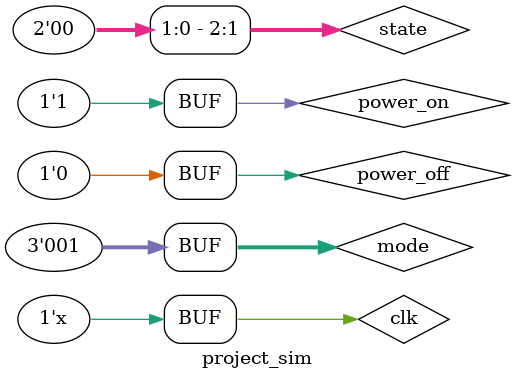
<source format=v>
`timescale 1ns / 1ps


module project_sim();
reg clk;
//,rx;
//wire tx;
//reg 
//turn_left_signal,
//turn_right_signal,
//move_forward_signal,
//move_backward_signal, 
//place_barrier_signal,
//destroy_barrier_signal;

//wire 
//front_detector,
//back_detector, 
//left_detector, 
//right_detector;

reg power_on;
reg power_off;
reg [2:0] mode;
wire [3:0] test;

initial
    begin
        clk = 1'b0;
        mode = 3'b001;
        power_on = 1'b1;
        power_off = 1'b0;
    end

//ÏµÍ³Ê±ÖÓ³õÊ¼»¯£¬ÖÜÆÚÎª20ns
always #100000000 clk = ~clk;

wire  [2:0] state = impl.state;
//ÏÔÊ¾³õÊ¼»¯

//ÊµÀý»¯
project_impl impl
(
   clk,
   power_on,
   power_off,
   mode,
   test
);
endmodule

</source>
